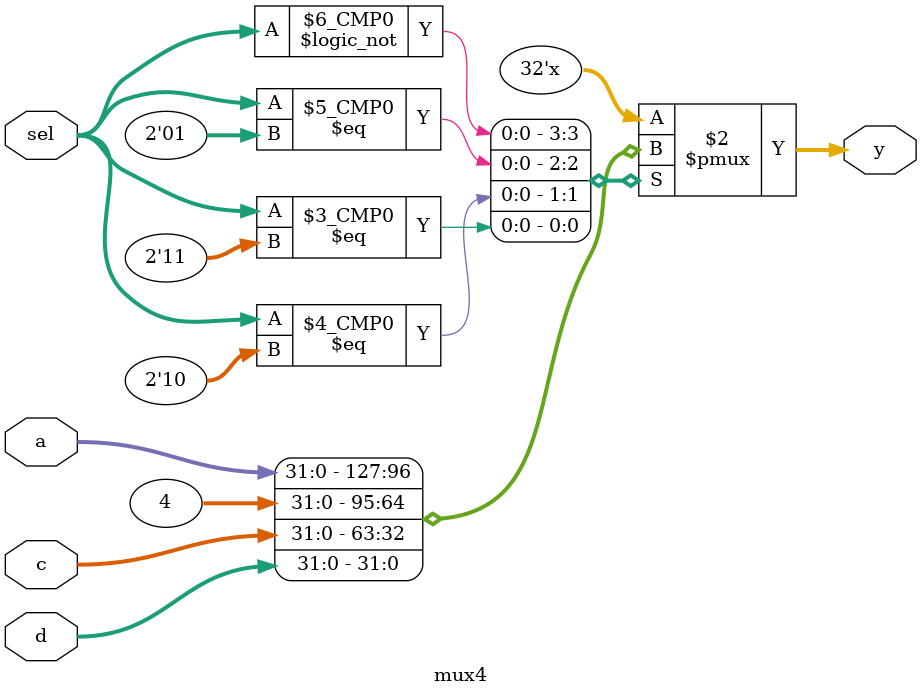
<source format=sv>
`timescale 1ns / 1ps
module mux4#(parameter word_size = 31)(
  input  [1:0] sel,
  input  [word_size:0] a,
  input  [word_size:0] c, 
  input  [word_size:0] d, 
  output logic [word_size:0] y
);

  
always @(*)
  begin
    case(sel)
      2'b00 : y = a;
      2'b01 : y = 32'd4;
      2'b10 : y = c;
      2'b11 : y = d;
      default : y = 0;
    endcase
  end   
endmodule
</source>
